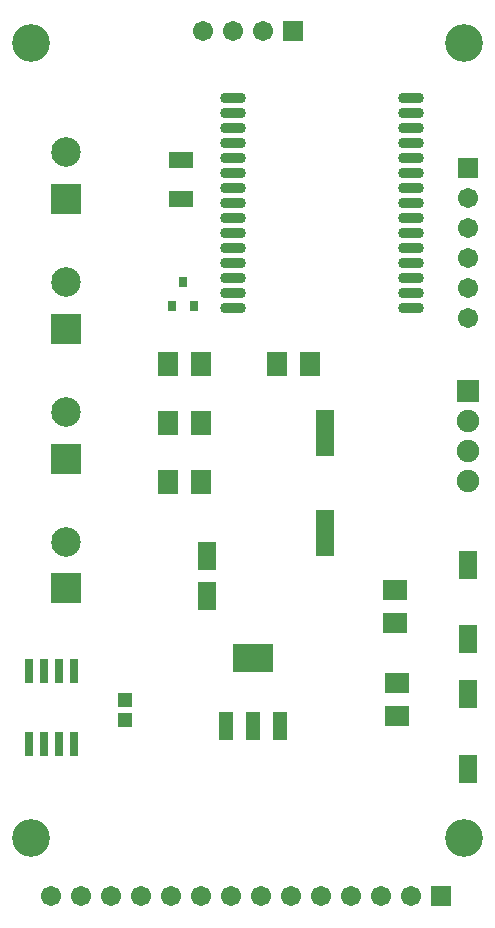
<source format=gts>
G04 DipTrace 3.3.0.0*
G04 ESP32externalssr.gts*
%MOIN*%
G04 #@! TF.FileFunction,Soldermask,Top*
G04 #@! TF.Part,Single*
%AMOUTLINE0*
4,1,4,
-0.031496,-0.045276,
-0.031496,0.045276,
0.031496,0.045276,
0.031496,-0.045276,
-0.031496,-0.045276,
0*%
%AMOUTLINE1*
4,1,4,
-0.013,-0.04,
0.013,-0.04,
0.013,0.04,
-0.013,0.04,
-0.013,-0.04,
0*%
%ADD17R,0.062992X0.153543*%
%ADD31R,0.031496X0.035433*%
%ADD41C,0.125984*%
%ADD47C,0.067087*%
%ADD49O,0.086772X0.035591*%
%ADD51R,0.135984X0.092677*%
%ADD53R,0.045433X0.092677*%
%ADD57R,0.078898X0.071024*%
%ADD59R,0.071024X0.078898*%
%ADD61C,0.074961*%
%ADD63R,0.074961X0.074961*%
%ADD65C,0.067087*%
%ADD67R,0.067087X0.067087*%
%ADD69C,0.098583*%
%ADD71R,0.098583X0.098583*%
%ADD73R,0.078898X0.055276*%
%ADD75R,0.047402X0.051339*%
%ADD77R,0.06315X0.096614*%
%ADD85OUTLINE0*%
%ADD86OUTLINE1*%
%FSLAX26Y26*%
G04*
G70*
G90*
G75*
G01*
G04 TopMask*
%LPD*%
D17*
X1494016Y1681516D3*
Y2016161D3*
D77*
X1100266Y1606516D3*
Y1472657D3*
D75*
X826546Y1059173D3*
Y1126102D3*
D73*
X1012766Y2925265D3*
Y2795344D3*
D71*
X630236Y2796378D3*
D69*
Y2952283D3*
D71*
Y2363307D3*
D69*
Y2519213D3*
D71*
Y1930236D3*
D69*
Y2086142D3*
D67*
X1968819Y2900276D3*
D65*
Y2800276D3*
Y2700276D3*
Y2600276D3*
Y2500276D3*
Y2400276D3*
D63*
Y2156516D3*
D61*
Y2056516D3*
Y1956516D3*
Y1856516D3*
D71*
X630236Y1497165D3*
D69*
Y1653071D3*
D59*
X1444016Y2244409D3*
X1333780D3*
X968819D3*
X1079055D3*
Y2047559D3*
X968819D3*
X1079055Y1850709D3*
X968819D3*
D57*
X1725266Y1381516D3*
Y1491752D3*
X1731516Y1181516D3*
Y1071280D3*
D31*
X981516Y2437765D3*
X1056319D3*
X1018917Y2520442D3*
D53*
X1162766Y1037765D3*
X1253318D3*
X1343869D3*
D51*
X1253318Y1266112D3*
D85*
X1968818Y1575265D3*
Y1327234D3*
Y1144016D3*
Y895984D3*
D49*
X1187766Y3131516D3*
Y3081516D3*
Y3031516D3*
Y2981516D3*
Y2931516D3*
Y2881516D3*
Y2831516D3*
Y2781516D3*
Y2731516D3*
Y2681516D3*
Y2631516D3*
Y2581516D3*
Y2531516D3*
Y2481516D3*
Y2431516D3*
X1778318D3*
Y2481516D3*
Y2531516D3*
Y2581516D3*
Y2631516D3*
Y2681516D3*
Y2731516D3*
Y2781516D3*
Y2831516D3*
Y2881516D3*
Y2931516D3*
Y2981516D3*
Y3031516D3*
Y3081516D3*
Y3131516D3*
D86*
X657795Y1221673D3*
X607795D3*
X557795D3*
X507795D3*
Y979673D3*
X557795D3*
X607795D3*
X657795D3*
D67*
X1879055Y472756D3*
D47*
X1779055D3*
X1679055D3*
X1579055D3*
X1479055D3*
X1379055D3*
X1279055D3*
X1179055D3*
X1079055D3*
X979055D3*
X879055D3*
X779055D3*
X679055D3*
X579055D3*
D67*
X1384961Y3353858D3*
D47*
X1284961D3*
X1184961D3*
X1084961D3*
D41*
X1957795Y666457D3*
X512126D3*
Y3314488D3*
X1957795D3*
M02*

</source>
